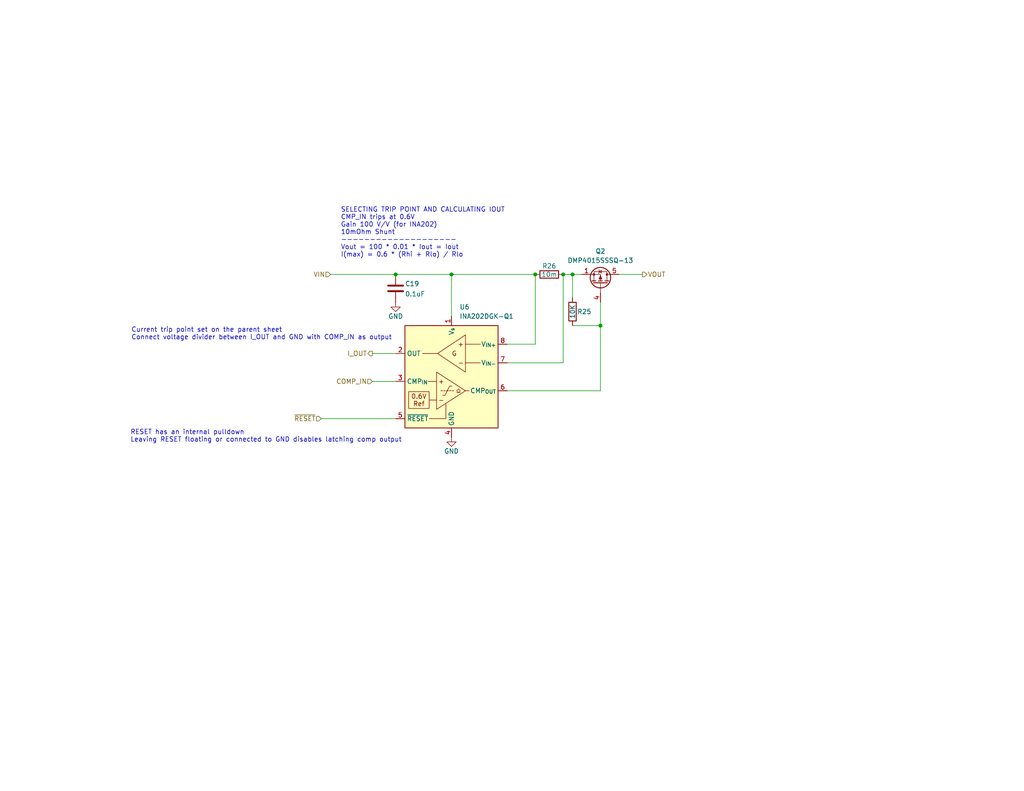
<source format=kicad_sch>
(kicad_sch (version 20231120) (generator "eeschema") (generator_version "8.0")
  (paper "USLetter")
  (title_block (comment 1 "Latching current limiter for 2.7V < Vin < 5.5V"))
  (lib_symbols
    (symbol "Amplifier_Current:INA200DGK"
      (property "Reference" "U" (at -10.16 17.78 0))
      (property "Value" "INA200DGK" (at 10.16 17.78 0))
      (symbol "INA200DGK_0_0"
        (rectangle (start -11.684 -9.906) (end -6.096 -5.334) (stroke (width 0.1524)))
        (polyline (pts (xy -7.874 5.08) (xy -3.81 5.08)) (stroke (width 0.1524)))
        (polyline (pts (xy -6.35 -2.54) (xy -4.064 -2.54)) (stroke (width 0.1524)))
        (polyline (pts (xy -6.096 -7.62) (xy -4.064 -7.62)) (stroke (width 0.1524)))
        (polyline (pts (xy 3.81 -5.08) (xy 4.826 -5.08)) (stroke (width 0.1524)))
        (polyline (pts (xy -6.096 -12.7) (xy -1.524 -12.7) (xy -1.524 -8.636)) (stroke (width 0.1524)))
        (polyline (pts (xy -4.064 0) (xy -4.064 -10.16) (xy 3.81 -5.08) (xy -4.064 0)) (stroke (width 0.1524)) (fill (type background)))
        (polyline (pts (xy 3.81 10.16) (xy 3.81 0) (xy -3.81 5.08) (xy 3.81 10.16)) (stroke (width 0.1524)) (fill (type background)))
        (text "+" (at -2.794 -2.54 0) (effects (font (size 1.27 1.27))))
        (text "+" (at 2.54 7.62 0) (effects (font (size 1.27 1.27))))
        (text "-" (at -2.794 -7.62 0) (effects (font (size 1.27 1.27))))
        (text "-" (at 2.54 2.54 0) (effects (font (size 1.27 1.27))))
        (text "G" (at 0.762 5.08 0) (effects (font (size 1.27 1.27))))
        (text "Ref" (at -8.89 -8.636 0) (effects (font (size 1.27 1.27))))
      )
      (symbol "INA200DGK_0_1"
        (rectangle (start -12.7 12.7) (end 12.7 -15.24) (stroke (width 0.254)) (fill (type background)))
        (polyline (pts (xy -2.413 -5.08) (xy -2.921 -5.08)))
        (polyline (pts (xy -1.651 -5.08) (xy -2.159 -5.08)))
        (polyline (pts (xy -1.397 -5.08) (xy -0.889 -5.08)))
        (polyline (pts (xy -0.635 -5.08) (xy -0.127 -5.08)))
        (polyline (pts (xy 0.127 -5.08) (xy 0.635 -5.08)))
        (polyline (pts (xy 3.81 2.54) (xy 7.874 2.54)) (stroke (width 0.1524)))
        (polyline (pts (xy 7.874 7.62) (xy 3.81 7.62)) (stroke (width 0.1524)))
        (polyline (pts (xy -2.413 -6.35) (xy -1.778 -6.35) (xy -0.508 -3.81) (xy 0.127 -3.81)))
        (polyline (pts (xy 1.397 -5.588) (xy 1.905 -5.588) (xy 1.397 -5.08) (xy 1.905 -4.572) (xy 2.413 -5.08) (xy 1.905 -5.588) (xy 2.413 -5.588)) (stroke (width 0.127)))
      )
      (symbol "INA200DGK_1_0"
        (text "0.6V" (at -8.89 -6.604 0) (effects (font (size 1.27 1.27))))
      )
      (symbol "INA200DGK_1_1"
        (pin power_in line (at 0 15.24 270) (length 2.54) (name "V_{s}") (number "1"))
        (pin output line (at -15.24 5.08 0) (length 2.54) (name "OUT") (number "2"))
        (pin input line (at -15.24 -2.54 0) (length 2.54) (name "CMP_{IN}") (number "3"))
        (pin power_in line (at 0 -17.78 90) (length 2.54) (name "GND") (number "4"))
        (pin input line (at -15.24 -12.7 0) (length 2.54) (name "~{RESET}") (number "5"))
        (pin open_collector line (at 15.24 -5.08 180) (length 2.54) (name "CMP_{OUT}") (number "6"))
        (pin input line (at 15.24 2.54 180) (length 2.54) (name "V_{IN-}") (number "7"))
        (pin input line (at 15.24 7.62 180) (length 2.54) (name "V_{IN+}") (number "8"))
      )
    )
    (symbol "Device:C" (pin_numbers hide) (pin_names (offset 0.254))
      (property "Reference" "C" (at 0.635 2.54 0))
      (property "Value" "C" (at 0.635 -2.54 0))
      (symbol "C_0_1"
        (polyline (pts (xy -2.032 -0.762) (xy 2.032 -0.762)) (stroke (width 0.508)))
        (polyline (pts (xy -2.032 0.762) (xy 2.032 0.762)) (stroke (width 0.508)))
      )
      (symbol "C_1_1"
        (pin passive line (at 0 3.81 270) (length 2.794) (name "~") (number "1"))
        (pin passive line (at 0 -3.81 90) (length 2.794) (name "~") (number "2"))
      )
    )
    (symbol "Device:R" (pin_numbers hide) (pin_names (offset 0))
      (property "Reference" "R" (at 2.032 0 90))
      (property "Value" "R" (at 0 0 90))
      (symbol "R_0_1"
        (rectangle (start -1.016 -2.54) (end 1.016 2.54) (stroke (width 0.254)))
      )
      (symbol "R_1_1"
        (pin passive line (at 0 3.81 270) (length 1.27) (name "~") (number "1"))
        (pin passive line (at 0 -3.81 90) (length 1.27) (name "~") (number "2"))
      )
    )
    (symbol "Transistor_FET:IRF7404" (pin_names hide)
      (property "Reference" "Q" (at 5.08 1.905 0))
      (property "Value" "IRF7404" (at 5.08 0 0))
      (symbol "IRF7404_0_1"
        (polyline (pts (xy 0.254 0) (xy -2.54 0)))
        (polyline (pts (xy 0.254 1.905) (xy 0.254 -1.905)) (stroke (width 0.254)))
        (polyline (pts (xy 0.762 -1.27) (xy 0.762 -2.286)) (stroke (width 0.254)))
        (polyline (pts (xy 0.762 0.508) (xy 0.762 -0.508)) (stroke (width 0.254)))
        (polyline (pts (xy 0.762 2.286) (xy 0.762 1.27)) (stroke (width 0.254)))
        (polyline (pts (xy 2.54 2.54) (xy 2.54 1.778)))
        (polyline (pts (xy 2.54 -2.54) (xy 2.54 0) (xy 0.762 0)))
        (polyline (pts (xy 0.762 1.778) (xy 3.302 1.778) (xy 3.302 -1.778) (xy 0.762 -1.778)))
        (polyline (pts (xy 2.286 0) (xy 1.27 0.381) (xy 1.27 -0.381) (xy 2.286 0)) (fill (type outline)))
        (polyline (pts (xy 2.794 -0.508) (xy 2.921 -0.381) (xy 3.683 -0.381) (xy 3.81 -0.254)))
        (polyline (pts (xy 3.302 -0.381) (xy 2.921 0.254) (xy 3.683 0.254) (xy 3.302 -0.381)))
        (circle (center 1.651 0) (radius 2.794) (stroke (width 0.254)))
        (circle (center 2.54 -1.778) (radius 0.254) (fill (type outline)))
        (circle (center 2.54 1.778) (radius 0.254) (fill (type outline)))
      )
      (symbol "IRF7404_1_1"
        (pin passive line (at 2.54 -5.08 90) (length 2.54) (name "S") (number "1"))
        (pin passive line (at 2.54 -5.08 90) (length 2.54) hide (name "S") (number "2"))
        (pin passive line (at 2.54 -5.08 90) (length 2.54) hide (name "S") (number "3"))
        (pin passive line (at -5.08 0 0) (length 2.54) (name "G") (number "4"))
        (pin passive line (at 2.54 5.08 270) (length 2.54) (name "D") (number "5"))
        (pin passive line (at 2.54 5.08 270) (length 2.54) hide (name "D") (number "6"))
        (pin passive line (at 2.54 5.08 270) (length 2.54) hide (name "D") (number "7"))
        (pin passive line (at 2.54 5.08 270) (length 2.54) hide (name "D") (number "8"))
      )
    )
    (symbol "power:GND" (power) (pin_numbers hide) (pin_names (offset 0) hide)
      (property "Value" "GND" (at 0 -3.81 0))
      (symbol "GND_0_1"
        (polyline (pts (xy 0 0) (xy 0 -1.27) (xy 1.27 -1.27) (xy 0 -2.54) (xy -1.27 -1.27) (xy 0 -1.27)))
      )
      (symbol "GND_1_1"
        (pin power_in line (at 0 0 270) (length 0) (name "~") (number "1"))
      )
    )
  )
  (junction (at 107.95 74.93))
  (junction (at 146.05 74.93))
  (junction (at 153.67 74.93))
  (junction (at 123.19 74.93))
  (junction (at 163.83 88.9))
  (junction (at 156.21 74.93))
  (wire (pts (xy 87.63 114.3) (xy 107.95 114.3)))
  (wire (pts (xy 146.05 93.98) (xy 138.43 93.98)))
  (wire (pts (xy 156.21 74.93) (xy 158.75 74.93)))
  (wire (pts (xy 163.83 106.68) (xy 138.43 106.68)))
  (wire (pts (xy 153.67 99.06) (xy 153.67 74.93)))
  (wire (pts (xy 101.6 104.14) (xy 107.95 104.14)))
  (wire (pts (xy 168.91 74.93) (xy 175.26 74.93)))
  (wire (pts (xy 101.6 96.52) (xy 107.95 96.52)))
  (wire (pts (xy 90.17 74.93) (xy 107.95 74.93)))
  (wire (pts (xy 107.95 74.93) (xy 123.19 74.93)))
  (wire (pts (xy 123.19 74.93) (xy 146.05 74.93)))
  (wire (pts (xy 123.19 74.93) (xy 123.19 86.36)))
  (wire (pts (xy 153.67 74.93) (xy 156.21 74.93)))
  (wire (pts (xy 156.21 88.9) (xy 163.83 88.9)))
  (wire (pts (xy 138.43 99.06) (xy 153.67 99.06)))
  (wire (pts (xy 146.05 74.93) (xy 146.05 93.98)))
  (wire (pts (xy 156.21 74.93) (xy 156.21 81.28)))
  (wire (pts (xy 163.83 88.9) (xy 163.83 106.68)))
  (wire (pts (xy 163.83 88.9) (xy 163.83 82.55)))
  (text "RESET has an internal pulldown\nLeaving RESET floating or connected to GND disables latching comp output\n" (at 35.56 119.126 0) (effects (font (size 1.27 1.27)) (justify left)))
  (text "SELECTING TRIP POINT AND CALCULATING IOUT\nCMP_IN trips at 0.6V\nGain 100 V/V (for INA202)\n10mOhm Shunt\n--------------------\nVout = 100 * 0.01 * Iout = Iout\nI(max) = 0.6 * (Rhi + Rlo) / Rlo" (at 92.964 63.5 0) (effects (font (size 1.27 1.27)) (justify left)))
  (text "Current trip point set on the parent sheet\nConnect voltage divider between I_OUT and GND with COMP_IN as output" (at 35.814 91.186 0) (effects (font (size 1.27 1.27)) (justify left)))
  (hierarchical_label "COMP_IN" (shape input) (at 101.6 104.14 180))
  (hierarchical_label "~{RESET}" (shape input) (at 87.63 114.3 180))
  (hierarchical_label "VOUT" (shape output) (at 175.26 74.93 0))
  (hierarchical_label "I_OUT" (shape output) (at 101.6 96.52 180))
  (hierarchical_label "VIN" (shape input) (at 90.17 74.93 180))
  (symbol (lib_id "Amplifier_Current:INA200DGK") (at 123.19 101.6 0) (unit 1)
    (property "Reference" "U6" (at 125.3841 83.82 0) (effects (justify left)))
    (property "Value" "INA202DGK-Q1" (at 125.3841 86.36 0) (effects (justify left)))
    (property "Footprint" "Package_SO:VSSOP-8_3.0x3.0mm_P0.65mm" (effects (hide yes)))
    (property "Datasheet" "https://www.ti.com/lit/ds/symlink/ina201.pdf" (effects (hide yes)))
    (property "Description" "Current Shunt Monitor, integrated comparator and reference, -16V to +80V Common-Mode Range, 20V/V, VSSOP-8" (effects (hide yes)))
    (instances (project "femta-control" (path "" (reference "U6") (unit 1)) (path "" (reference "U7") (unit 1)) (path "" (reference "U9") (unit 1))))
  )
  (symbol (lib_id "Device:C") (at 107.95 78.74 0) (unit 1)
    (property "Reference" "C19" (at 110.49 77.47 0) (effects (justify left)))
    (property "Value" "0.1uF" (at 110.49 80.264 0) (effects (justify left)))
    (property "Description" "Unpolarized capacitor" (effects (hide yes)))
    (instances (project "femta-control" (path "" (reference "C19") (unit 1)) (path "" (reference "C18") (unit 1)) (path "" (reference "C21") (unit 1))))
  )
  (symbol (lib_id "Transistor_FET:IRF7404") (at 163.83 77.47 270) (mirror x) (unit 1)
    (property "Reference" "Q2" (at 163.83 68.58 90))
    (property "Value" "DMP4015SSSQ-13" (at 163.83 71.12 90))
    (property "Footprint" "Package_SO:SOIC-8_3.9x4.9mm_P1.27mm" (effects (hide yes)))
    (property "Datasheet" "http://www.infineon.com/dgdl/irf7404.pdf?fileId=5546d462533600a4015355fa2b5b1b9e" (effects (hide yes)))
    (property "Description" "-6.7A Id, -20V Vds, P-Channel HEXFET Power MOSFET, SO-8" (effects (hide yes)))
    (instances (project "femta-control" (path "" (reference "Q2") (unit 1)) (path "" (reference "Q1") (unit 1)) (path "" (reference "Q5") (unit 1))))
  )
  (symbol (lib_id "Device:R") (at 156.21 85.09 0) (unit 1)
    (property "Reference" "R25" (at 157.48 85.09 0) (effects (justify left)))
    (property "Value" "10K" (at 156.21 85.09 90))
    (property "Description" "Resistor" (effects (hide yes)))
    (instances (project "femta-control" (path "" (reference "R25") (unit 1)) (path "" (reference "R27") (unit 1)) (path "" (reference "R32") (unit 1))))
  )
  (symbol (lib_id "Device:R") (at 149.86 74.93 90) (unit 1)
    (property "Reference" "R26" (at 149.86 72.644 90))
    (property "Value" "10m" (at 149.86 74.93 90))
    (property "Description" "Resistor" (effects (hide yes)))
    (instances (project "femta-control" (path "" (reference "R26") (unit 1)) (path "" (reference "R24") (unit 1)) (path "" (reference "R31") (unit 1))))
  )
  (symbol (lib_id "power:GND") (at 107.95 82.55 0) (unit 1)
    (property "Reference" "#PWR044" (effects (hide yes)))
    (property "Value" "GND" (at 107.95 86.36 0))
    (property "Description" "Power symbol creates a global label with name \"GND\" , ground" (effects (hide yes)))
    (instances (project "femta-control" (path "" (reference "#PWR044") (unit 1)) (path "" (reference "#PWR042") (unit 1)) (path "" (reference "#PWR048") (unit 1))))
  )
  (symbol (lib_id "power:GND") (at 123.19 119.38 0) (unit 1)
    (property "Reference" "#PWR043" (effects (hide yes)))
    (property "Value" "GND" (at 123.19 123.19 0))
    (property "Description" "Power symbol creates a global label with name \"GND\" , ground" (effects (hide yes)))
    (instances (project "femta-control" (path "" (reference "#PWR043") (unit 1)) (path "" (reference "#PWR045") (unit 1)) (path "" (reference "#PWR049") (unit 1))))
  )
)
</source>
